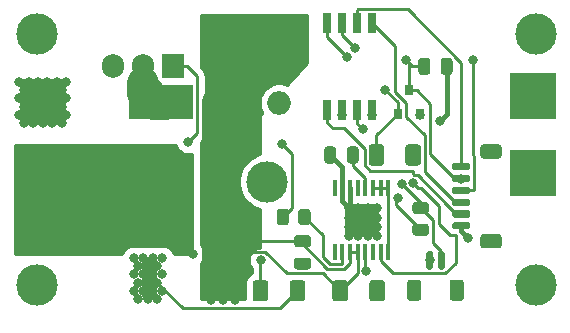
<source format=gbr>
%TF.GenerationSoftware,KiCad,Pcbnew,(5.1.9-0-10_14)*%
%TF.CreationDate,2021-03-07T11:09:53+08:00*%
%TF.ProjectId,xhp70-driver,78687037-302d-4647-9269-7665722e6b69,rev?*%
%TF.SameCoordinates,Original*%
%TF.FileFunction,Copper,L1,Top*%
%TF.FilePolarity,Positive*%
%FSLAX46Y46*%
G04 Gerber Fmt 4.6, Leading zero omitted, Abs format (unit mm)*
G04 Created by KiCad (PCBNEW (5.1.9-0-10_14)) date 2021-03-07 11:09:53*
%MOMM*%
%LPD*%
G01*
G04 APERTURE LIST*
%TA.AperFunction,ComponentPad*%
%ADD10C,3.500000*%
%TD*%
%TA.AperFunction,ComponentPad*%
%ADD11O,1.905000X2.000000*%
%TD*%
%TA.AperFunction,ComponentPad*%
%ADD12R,1.905000X2.000000*%
%TD*%
%TA.AperFunction,ComponentPad*%
%ADD13O,2.000000X2.000000*%
%TD*%
%TA.AperFunction,ComponentPad*%
%ADD14R,2.000000X2.000000*%
%TD*%
%TA.AperFunction,SMDPad,CuDef*%
%ADD15R,0.800000X0.900000*%
%TD*%
%TA.AperFunction,SMDPad,CuDef*%
%ADD16R,0.650000X1.700000*%
%TD*%
%TA.AperFunction,SMDPad,CuDef*%
%ADD17R,2.940000X2.720000*%
%TD*%
%TA.AperFunction,SMDPad,CuDef*%
%ADD18R,0.350000X1.400000*%
%TD*%
%TA.AperFunction,SMDPad,CuDef*%
%ADD19R,5.400000X2.900000*%
%TD*%
%TA.AperFunction,SMDPad,CuDef*%
%ADD20R,4.000000X4.000000*%
%TD*%
%TA.AperFunction,ViaPad*%
%ADD21C,0.800000*%
%TD*%
%TA.AperFunction,Conductor*%
%ADD22C,0.400000*%
%TD*%
%TA.AperFunction,Conductor*%
%ADD23C,0.250000*%
%TD*%
%TA.AperFunction,Conductor*%
%ADD24C,2.700000*%
%TD*%
%TA.AperFunction,Conductor*%
%ADD25C,3.000000*%
%TD*%
%TA.AperFunction,Conductor*%
%ADD26C,4.000000*%
%TD*%
%TA.AperFunction,Conductor*%
%ADD27C,0.500000*%
%TD*%
%TA.AperFunction,Conductor*%
%ADD28C,0.254000*%
%TD*%
%TA.AperFunction,Conductor*%
%ADD29C,0.100000*%
%TD*%
G04 APERTURE END LIST*
%TO.P,C8,2*%
%TO.N,GND*%
%TA.AperFunction,SMDPad,CuDef*%
G36*
G01*
X148700000Y-56475000D02*
X148700000Y-55525000D01*
G75*
G02*
X148950000Y-55275000I250000J0D01*
G01*
X149450000Y-55275000D01*
G75*
G02*
X149700000Y-55525000I0J-250000D01*
G01*
X149700000Y-56475000D01*
G75*
G02*
X149450000Y-56725000I-250000J0D01*
G01*
X148950000Y-56725000D01*
G75*
G02*
X148700000Y-56475000I0J250000D01*
G01*
G37*
%TD.AperFunction*%
%TO.P,C8,1*%
%TO.N,+5V*%
%TA.AperFunction,SMDPad,CuDef*%
G36*
G01*
X146800000Y-56475000D02*
X146800000Y-55525000D01*
G75*
G02*
X147050000Y-55275000I250000J0D01*
G01*
X147550000Y-55275000D01*
G75*
G02*
X147800000Y-55525000I0J-250000D01*
G01*
X147800000Y-56475000D01*
G75*
G02*
X147550000Y-56725000I-250000J0D01*
G01*
X147050000Y-56725000D01*
G75*
G02*
X146800000Y-56475000I0J250000D01*
G01*
G37*
%TD.AperFunction*%
%TD*%
D10*
%TO.P,H3,1*%
%TO.N,N/C*%
X156750000Y-74500000D03*
%TD*%
%TO.P,J2,MP*%
%TO.N,N/C*%
%TA.AperFunction,SMDPad,CuDef*%
G36*
G01*
X152299999Y-70200000D02*
X153600001Y-70200000D01*
G75*
G02*
X153850000Y-70449999I0J-249999D01*
G01*
X153850000Y-71150001D01*
G75*
G02*
X153600001Y-71400000I-249999J0D01*
G01*
X152299999Y-71400000D01*
G75*
G02*
X152050000Y-71150001I0J249999D01*
G01*
X152050000Y-70449999D01*
G75*
G02*
X152299999Y-70200000I249999J0D01*
G01*
G37*
%TD.AperFunction*%
%TA.AperFunction,SMDPad,CuDef*%
G36*
G01*
X152299999Y-62600000D02*
X153600001Y-62600000D01*
G75*
G02*
X153850000Y-62849999I0J-249999D01*
G01*
X153850000Y-63550001D01*
G75*
G02*
X153600001Y-63800000I-249999J0D01*
G01*
X152299999Y-63800000D01*
G75*
G02*
X152050000Y-63550001I0J249999D01*
G01*
X152050000Y-62849999D01*
G75*
G02*
X152299999Y-62600000I249999J0D01*
G01*
G37*
%TD.AperFunction*%
%TO.P,J2,6*%
%TO.N,GND*%
%TA.AperFunction,SMDPad,CuDef*%
G36*
G01*
X149800000Y-69200000D02*
X151050000Y-69200000D01*
G75*
G02*
X151200000Y-69350000I0J-150000D01*
G01*
X151200000Y-69650000D01*
G75*
G02*
X151050000Y-69800000I-150000J0D01*
G01*
X149800000Y-69800000D01*
G75*
G02*
X149650000Y-69650000I0J150000D01*
G01*
X149650000Y-69350000D01*
G75*
G02*
X149800000Y-69200000I150000J0D01*
G01*
G37*
%TD.AperFunction*%
%TO.P,J2,5*%
%TO.N,Net-(J2-Pad5)*%
%TA.AperFunction,SMDPad,CuDef*%
G36*
G01*
X149800000Y-68200000D02*
X151050000Y-68200000D01*
G75*
G02*
X151200000Y-68350000I0J-150000D01*
G01*
X151200000Y-68650000D01*
G75*
G02*
X151050000Y-68800000I-150000J0D01*
G01*
X149800000Y-68800000D01*
G75*
G02*
X149650000Y-68650000I0J150000D01*
G01*
X149650000Y-68350000D01*
G75*
G02*
X149800000Y-68200000I150000J0D01*
G01*
G37*
%TD.AperFunction*%
%TO.P,J2,4*%
%TO.N,Net-(J2-Pad4)*%
%TA.AperFunction,SMDPad,CuDef*%
G36*
G01*
X149800000Y-67200000D02*
X151050000Y-67200000D01*
G75*
G02*
X151200000Y-67350000I0J-150000D01*
G01*
X151200000Y-67650000D01*
G75*
G02*
X151050000Y-67800000I-150000J0D01*
G01*
X149800000Y-67800000D01*
G75*
G02*
X149650000Y-67650000I0J150000D01*
G01*
X149650000Y-67350000D01*
G75*
G02*
X149800000Y-67200000I150000J0D01*
G01*
G37*
%TD.AperFunction*%
%TO.P,J2,3*%
%TO.N,Net-(J2-Pad3)*%
%TA.AperFunction,SMDPad,CuDef*%
G36*
G01*
X149800000Y-66200000D02*
X151050000Y-66200000D01*
G75*
G02*
X151200000Y-66350000I0J-150000D01*
G01*
X151200000Y-66650000D01*
G75*
G02*
X151050000Y-66800000I-150000J0D01*
G01*
X149800000Y-66800000D01*
G75*
G02*
X149650000Y-66650000I0J150000D01*
G01*
X149650000Y-66350000D01*
G75*
G02*
X149800000Y-66200000I150000J0D01*
G01*
G37*
%TD.AperFunction*%
%TO.P,J2,2*%
%TO.N,+5V*%
%TA.AperFunction,SMDPad,CuDef*%
G36*
G01*
X149800000Y-65200000D02*
X151050000Y-65200000D01*
G75*
G02*
X151200000Y-65350000I0J-150000D01*
G01*
X151200000Y-65650000D01*
G75*
G02*
X151050000Y-65800000I-150000J0D01*
G01*
X149800000Y-65800000D01*
G75*
G02*
X149650000Y-65650000I0J150000D01*
G01*
X149650000Y-65350000D01*
G75*
G02*
X149800000Y-65200000I150000J0D01*
G01*
G37*
%TD.AperFunction*%
%TO.P,J2,1*%
%TO.N,Net-(J2-Pad1)*%
%TA.AperFunction,SMDPad,CuDef*%
G36*
G01*
X149800000Y-64200000D02*
X151050000Y-64200000D01*
G75*
G02*
X151200000Y-64350000I0J-150000D01*
G01*
X151200000Y-64650000D01*
G75*
G02*
X151050000Y-64800000I-150000J0D01*
G01*
X149800000Y-64800000D01*
G75*
G02*
X149650000Y-64650000I0J150000D01*
G01*
X149650000Y-64350000D01*
G75*
G02*
X149800000Y-64200000I150000J0D01*
G01*
G37*
%TD.AperFunction*%
%TD*%
D11*
%TO.P,Q1,3*%
%TO.N,GND*%
X120920000Y-56000000D03*
%TO.P,Q1,2*%
%TO.N,Net-(D1-Pad2)*%
X123460000Y-56000000D03*
D12*
%TO.P,Q1,1*%
%TO.N,Net-(Q1-Pad1)*%
X126000000Y-56000000D03*
%TD*%
D13*
%TO.P,D1,2*%
%TO.N,Net-(D1-Pad2)*%
X135000000Y-59080000D03*
D14*
%TO.P,D1,1*%
%TO.N,Batt+*%
X135000000Y-54000000D03*
%TD*%
D15*
%TO.P,U3,3*%
%TO.N,+5V*%
X146000000Y-58000000D03*
%TO.P,U3,2*%
%TO.N,GND*%
X146950000Y-60000000D03*
%TO.P,U3,1*%
%TO.N,Batt+*%
X145050000Y-60000000D03*
%TD*%
D16*
%TO.P,U2,8*%
%TO.N,+5V*%
X139095000Y-52350000D03*
%TO.P,U2,7*%
%TO.N,Net-(J2-Pad3)*%
X140365000Y-52350000D03*
%TO.P,U2,6*%
%TO.N,Net-(J2-Pad1)*%
X141635000Y-52350000D03*
%TO.P,U2,5*%
%TO.N,Net-(J2-Pad4)*%
X142905000Y-52350000D03*
%TO.P,U2,4*%
%TO.N,GND*%
X142905000Y-59650000D03*
%TO.P,U2,3*%
%TO.N,PWM*%
X141635000Y-59650000D03*
%TO.P,U2,2*%
%TO.N,NTC*%
X140365000Y-59650000D03*
%TO.P,U2,1*%
%TO.N,Net-(J2-Pad5)*%
X139095000Y-59650000D03*
%TD*%
D17*
%TO.P,U1,17*%
%TO.N,GND*%
X142000000Y-69000000D03*
D18*
%TO.P,U1,8*%
%TO.N,Net-(U1-Pad8)*%
X139725000Y-66300000D03*
%TO.P,U1,9*%
%TO.N,Net-(U1-Pad9)*%
X139725000Y-71700000D03*
%TO.P,U1,7*%
%TO.N,GND*%
X140375000Y-66300000D03*
%TO.P,U1,10*%
%TO.N,Net-(R3-Pad2)*%
X140375000Y-71700000D03*
%TO.P,U1,6*%
%TO.N,GND*%
X141025000Y-66300000D03*
%TO.P,U1,11*%
%TO.N,Batt+*%
X141025000Y-71700000D03*
%TO.P,U1,5*%
%TO.N,Net-(U1-Pad5)*%
X141675000Y-66300000D03*
%TO.P,U1,12*%
%TO.N,Batt+*%
X141675000Y-71700000D03*
%TO.P,U1,4*%
%TO.N,Net-(C6-Pad1)*%
X142325000Y-66300000D03*
%TO.P,U1,13*%
%TO.N,Net-(C3-Pad2)*%
X142325000Y-71700000D03*
%TO.P,U1,3*%
%TO.N,Net-(U1-Pad1)*%
X142975000Y-66300000D03*
%TO.P,U1,14*%
%TO.N,Net-(U1-Pad14)*%
X142975000Y-71700000D03*
%TO.P,U1,2*%
%TO.N,Net-(U1-Pad1)*%
X143625000Y-66300000D03*
%TO.P,U1,15*%
%TO.N,PWM*%
X143625000Y-71700000D03*
%TO.P,U1,1*%
%TO.N,Net-(U1-Pad1)*%
X144275000Y-66300000D03*
%TO.P,U1,16*%
X144275000Y-71700000D03*
%TD*%
%TO.P,R5,MP*%
%TO.N,N/C*%
%TA.AperFunction,SMDPad,CuDef*%
G36*
G01*
X147050000Y-74299999D02*
X147050000Y-75600001D01*
G75*
G02*
X146800001Y-75850000I-249999J0D01*
G01*
X146099999Y-75850000D01*
G75*
G02*
X145850000Y-75600001I0J249999D01*
G01*
X145850000Y-74299999D01*
G75*
G02*
X146099999Y-74050000I249999J0D01*
G01*
X146800001Y-74050000D01*
G75*
G02*
X147050000Y-74299999I0J-249999D01*
G01*
G37*
%TD.AperFunction*%
%TA.AperFunction,SMDPad,CuDef*%
G36*
G01*
X150650000Y-74299999D02*
X150650000Y-75600001D01*
G75*
G02*
X150400001Y-75850000I-249999J0D01*
G01*
X149699999Y-75850000D01*
G75*
G02*
X149450000Y-75600001I0J249999D01*
G01*
X149450000Y-74299999D01*
G75*
G02*
X149699999Y-74050000I249999J0D01*
G01*
X150400001Y-74050000D01*
G75*
G02*
X150650000Y-74299999I0J-249999D01*
G01*
G37*
%TD.AperFunction*%
%TO.P,R5,2*%
%TO.N,GND*%
%TA.AperFunction,SMDPad,CuDef*%
G36*
G01*
X148050000Y-71800000D02*
X148050000Y-73050000D01*
G75*
G02*
X147900000Y-73200000I-150000J0D01*
G01*
X147600000Y-73200000D01*
G75*
G02*
X147450000Y-73050000I0J150000D01*
G01*
X147450000Y-71800000D01*
G75*
G02*
X147600000Y-71650000I150000J0D01*
G01*
X147900000Y-71650000D01*
G75*
G02*
X148050000Y-71800000I0J-150000D01*
G01*
G37*
%TD.AperFunction*%
%TO.P,R5,1*%
%TO.N,NTC*%
%TA.AperFunction,SMDPad,CuDef*%
G36*
G01*
X149050000Y-71800000D02*
X149050000Y-73050000D01*
G75*
G02*
X148900000Y-73200000I-150000J0D01*
G01*
X148600000Y-73200000D01*
G75*
G02*
X148450000Y-73050000I0J150000D01*
G01*
X148450000Y-71800000D01*
G75*
G02*
X148600000Y-71650000I150000J0D01*
G01*
X148900000Y-71650000D01*
G75*
G02*
X149050000Y-71800000I0J-150000D01*
G01*
G37*
%TD.AperFunction*%
%TD*%
%TO.P,R4,2*%
%TO.N,NTC*%
%TA.AperFunction,SMDPad,CuDef*%
G36*
G01*
X147450002Y-68512500D02*
X146549998Y-68512500D01*
G75*
G02*
X146300000Y-68262502I0J249998D01*
G01*
X146300000Y-67737498D01*
G75*
G02*
X146549998Y-67487500I249998J0D01*
G01*
X147450002Y-67487500D01*
G75*
G02*
X147700000Y-67737498I0J-249998D01*
G01*
X147700000Y-68262502D01*
G75*
G02*
X147450002Y-68512500I-249998J0D01*
G01*
G37*
%TD.AperFunction*%
%TO.P,R4,1*%
%TO.N,+5V*%
%TA.AperFunction,SMDPad,CuDef*%
G36*
G01*
X147450002Y-70337500D02*
X146549998Y-70337500D01*
G75*
G02*
X146300000Y-70087502I0J249998D01*
G01*
X146300000Y-69562498D01*
G75*
G02*
X146549998Y-69312500I249998J0D01*
G01*
X147450002Y-69312500D01*
G75*
G02*
X147700000Y-69562498I0J-249998D01*
G01*
X147700000Y-70087502D01*
G75*
G02*
X147450002Y-70337500I-249998J0D01*
G01*
G37*
%TD.AperFunction*%
%TD*%
%TO.P,R3,2*%
%TO.N,Net-(R3-Pad2)*%
%TA.AperFunction,SMDPad,CuDef*%
G36*
G01*
X136650000Y-69200002D02*
X136650000Y-68299998D01*
G75*
G02*
X136899998Y-68050000I249998J0D01*
G01*
X137425002Y-68050000D01*
G75*
G02*
X137675000Y-68299998I0J-249998D01*
G01*
X137675000Y-69200002D01*
G75*
G02*
X137425002Y-69450000I-249998J0D01*
G01*
X136899998Y-69450000D01*
G75*
G02*
X136650000Y-69200002I0J249998D01*
G01*
G37*
%TD.AperFunction*%
%TO.P,R3,1*%
%TO.N,Net-(Q1-Pad1)*%
%TA.AperFunction,SMDPad,CuDef*%
G36*
G01*
X134825000Y-69200002D02*
X134825000Y-68299998D01*
G75*
G02*
X135074998Y-68050000I249998J0D01*
G01*
X135600002Y-68050000D01*
G75*
G02*
X135850000Y-68299998I0J-249998D01*
G01*
X135850000Y-69200002D01*
G75*
G02*
X135600002Y-69450000I-249998J0D01*
G01*
X135074998Y-69450000D01*
G75*
G02*
X134825000Y-69200002I0J249998D01*
G01*
G37*
%TD.AperFunction*%
%TD*%
%TO.P,R1,2*%
%TO.N,Net-(C3-Pad2)*%
%TA.AperFunction,SMDPad,CuDef*%
G36*
G01*
X124650000Y-72574999D02*
X124650000Y-75425001D01*
G75*
G02*
X124400001Y-75675000I-249999J0D01*
G01*
X123674999Y-75675000D01*
G75*
G02*
X123425000Y-75425001I0J249999D01*
G01*
X123425000Y-72574999D01*
G75*
G02*
X123674999Y-72325000I249999J0D01*
G01*
X124400001Y-72325000D01*
G75*
G02*
X124650000Y-72574999I0J-249999D01*
G01*
G37*
%TD.AperFunction*%
%TO.P,R1,1*%
%TO.N,Batt+*%
%TA.AperFunction,SMDPad,CuDef*%
G36*
G01*
X130575000Y-72574999D02*
X130575000Y-75425001D01*
G75*
G02*
X130325001Y-75675000I-249999J0D01*
G01*
X129599999Y-75675000D01*
G75*
G02*
X129350000Y-75425001I0J249999D01*
G01*
X129350000Y-72574999D01*
G75*
G02*
X129599999Y-72325000I249999J0D01*
G01*
X130325001Y-72325000D01*
G75*
G02*
X130575000Y-72574999I0J-249999D01*
G01*
G37*
%TD.AperFunction*%
%TD*%
D19*
%TO.P,L1,2*%
%TO.N,Net-(D1-Pad2)*%
X125000000Y-59050000D03*
%TO.P,L1,1*%
%TO.N,Net-(C3-Pad1)*%
X125000000Y-68950000D03*
%TD*%
D20*
%TO.P,J1,2*%
%TO.N,GND*%
X156500000Y-65000000D03*
%TO.P,J1,1*%
%TO.N,Batt+*%
X156500000Y-58500000D03*
%TD*%
%TO.P,D2,2*%
%TO.N,Net-(C3-Pad2)*%
X115000000Y-59000000D03*
%TO.P,D2,1*%
%TO.N,Net-(C3-Pad1)*%
X115000000Y-65500000D03*
%TD*%
%TO.P,C6,2*%
%TO.N,GND*%
%TA.AperFunction,SMDPad,CuDef*%
G36*
G01*
X139850000Y-63025000D02*
X139850000Y-63975000D01*
G75*
G02*
X139600000Y-64225000I-250000J0D01*
G01*
X139100000Y-64225000D01*
G75*
G02*
X138850000Y-63975000I0J250000D01*
G01*
X138850000Y-63025000D01*
G75*
G02*
X139100000Y-62775000I250000J0D01*
G01*
X139600000Y-62775000D01*
G75*
G02*
X139850000Y-63025000I0J-250000D01*
G01*
G37*
%TD.AperFunction*%
%TO.P,C6,1*%
%TO.N,Net-(C6-Pad1)*%
%TA.AperFunction,SMDPad,CuDef*%
G36*
G01*
X141750000Y-63025000D02*
X141750000Y-63975000D01*
G75*
G02*
X141500000Y-64225000I-250000J0D01*
G01*
X141000000Y-64225000D01*
G75*
G02*
X140750000Y-63975000I0J250000D01*
G01*
X140750000Y-63025000D01*
G75*
G02*
X141000000Y-62775000I250000J0D01*
G01*
X141500000Y-62775000D01*
G75*
G02*
X141750000Y-63025000I0J-250000D01*
G01*
G37*
%TD.AperFunction*%
%TD*%
%TO.P,C5,2*%
%TO.N,GND*%
%TA.AperFunction,SMDPad,CuDef*%
G36*
G01*
X136525000Y-72200000D02*
X137475000Y-72200000D01*
G75*
G02*
X137725000Y-72450000I0J-250000D01*
G01*
X137725000Y-72950000D01*
G75*
G02*
X137475000Y-73200000I-250000J0D01*
G01*
X136525000Y-73200000D01*
G75*
G02*
X136275000Y-72950000I0J250000D01*
G01*
X136275000Y-72450000D01*
G75*
G02*
X136525000Y-72200000I250000J0D01*
G01*
G37*
%TD.AperFunction*%
%TO.P,C5,1*%
%TO.N,Batt+*%
%TA.AperFunction,SMDPad,CuDef*%
G36*
G01*
X136525000Y-70300000D02*
X137475000Y-70300000D01*
G75*
G02*
X137725000Y-70550000I0J-250000D01*
G01*
X137725000Y-71050000D01*
G75*
G02*
X137475000Y-71300000I-250000J0D01*
G01*
X136525000Y-71300000D01*
G75*
G02*
X136275000Y-71050000I0J250000D01*
G01*
X136275000Y-70550000D01*
G75*
G02*
X136525000Y-70300000I250000J0D01*
G01*
G37*
%TD.AperFunction*%
%TD*%
%TO.P,C4,2*%
%TO.N,GND*%
%TA.AperFunction,SMDPad,CuDef*%
G36*
G01*
X145712500Y-64150003D02*
X145712500Y-62849997D01*
G75*
G02*
X145962497Y-62600000I249997J0D01*
G01*
X146787503Y-62600000D01*
G75*
G02*
X147037500Y-62849997I0J-249997D01*
G01*
X147037500Y-64150003D01*
G75*
G02*
X146787503Y-64400000I-249997J0D01*
G01*
X145962497Y-64400000D01*
G75*
G02*
X145712500Y-64150003I0J249997D01*
G01*
G37*
%TD.AperFunction*%
%TO.P,C4,1*%
%TO.N,Batt+*%
%TA.AperFunction,SMDPad,CuDef*%
G36*
G01*
X142587500Y-64150003D02*
X142587500Y-62849997D01*
G75*
G02*
X142837497Y-62600000I249997J0D01*
G01*
X143662503Y-62600000D01*
G75*
G02*
X143912500Y-62849997I0J-249997D01*
G01*
X143912500Y-64150003D01*
G75*
G02*
X143662503Y-64400000I-249997J0D01*
G01*
X142837497Y-64400000D01*
G75*
G02*
X142587500Y-64150003I0J249997D01*
G01*
G37*
%TD.AperFunction*%
%TD*%
%TO.P,C3,2*%
%TO.N,Net-(C3-Pad2)*%
%TA.AperFunction,SMDPad,CuDef*%
G36*
G01*
X135900000Y-75650003D02*
X135900000Y-74349997D01*
G75*
G02*
X136149997Y-74100000I249997J0D01*
G01*
X136975003Y-74100000D01*
G75*
G02*
X137225000Y-74349997I0J-249997D01*
G01*
X137225000Y-75650003D01*
G75*
G02*
X136975003Y-75900000I-249997J0D01*
G01*
X136149997Y-75900000D01*
G75*
G02*
X135900000Y-75650003I0J249997D01*
G01*
G37*
%TD.AperFunction*%
%TO.P,C3,1*%
%TO.N,Net-(C3-Pad1)*%
%TA.AperFunction,SMDPad,CuDef*%
G36*
G01*
X132775000Y-75650003D02*
X132775000Y-74349997D01*
G75*
G02*
X133024997Y-74100000I249997J0D01*
G01*
X133850003Y-74100000D01*
G75*
G02*
X134100000Y-74349997I0J-249997D01*
G01*
X134100000Y-75650003D01*
G75*
G02*
X133850003Y-75900000I-249997J0D01*
G01*
X133024997Y-75900000D01*
G75*
G02*
X132775000Y-75650003I0J249997D01*
G01*
G37*
%TD.AperFunction*%
%TD*%
%TO.P,C2,2*%
%TO.N,GND*%
%TA.AperFunction,SMDPad,CuDef*%
G36*
G01*
X142650000Y-75650003D02*
X142650000Y-74349997D01*
G75*
G02*
X142899997Y-74100000I249997J0D01*
G01*
X143725003Y-74100000D01*
G75*
G02*
X143975000Y-74349997I0J-249997D01*
G01*
X143975000Y-75650003D01*
G75*
G02*
X143725003Y-75900000I-249997J0D01*
G01*
X142899997Y-75900000D01*
G75*
G02*
X142650000Y-75650003I0J249997D01*
G01*
G37*
%TD.AperFunction*%
%TO.P,C2,1*%
%TO.N,Batt+*%
%TA.AperFunction,SMDPad,CuDef*%
G36*
G01*
X139525000Y-75650003D02*
X139525000Y-74349997D01*
G75*
G02*
X139774997Y-74100000I249997J0D01*
G01*
X140600003Y-74100000D01*
G75*
G02*
X140850000Y-74349997I0J-249997D01*
G01*
X140850000Y-75650003D01*
G75*
G02*
X140600003Y-75900000I-249997J0D01*
G01*
X139774997Y-75900000D01*
G75*
G02*
X139525000Y-75650003I0J249997D01*
G01*
G37*
%TD.AperFunction*%
%TD*%
D10*
%TO.P,H1,1*%
%TO.N,N/C*%
X114500000Y-53250000D03*
%TD*%
%TO.P,H5,1*%
%TO.N,N/C*%
X134000000Y-65750000D03*
%TD*%
%TO.P,H4,1*%
%TO.N,N/C*%
X156750000Y-53250000D03*
%TD*%
%TO.P,H2,1*%
%TO.N,N/C*%
X114500000Y-74500000D03*
%TD*%
D21*
%TO.N,GND*%
X137000000Y-72700000D03*
X158000000Y-63500000D03*
X157000000Y-63500000D03*
X156000000Y-63500000D03*
X155000000Y-63500000D03*
X155000000Y-64500000D03*
X156000000Y-64500000D03*
X157000000Y-64500000D03*
X158000000Y-64500000D03*
X156000000Y-66500000D03*
X157000000Y-66500000D03*
X158000000Y-66500000D03*
X155000000Y-66500000D03*
X155000000Y-65500000D03*
X156000000Y-65500000D03*
X158000000Y-65500000D03*
X157000000Y-65500000D03*
X147750000Y-72425000D03*
X140900000Y-68000000D03*
X141700000Y-68000000D03*
X142500000Y-68000000D03*
X143300000Y-68000000D03*
X140900000Y-68800000D03*
X141700000Y-68800000D03*
X142500000Y-68800000D03*
X143300000Y-68800000D03*
X143300000Y-69600000D03*
X142500000Y-69600000D03*
X141700000Y-69600000D03*
X140900000Y-69600000D03*
X140900000Y-70400000D03*
X141700000Y-70400000D03*
X142500000Y-70400000D03*
X143300000Y-70400000D03*
X139350000Y-63500000D03*
X142838803Y-60100000D03*
X146950000Y-60100000D03*
X146375000Y-63500000D03*
X151000000Y-70500000D03*
X143312500Y-75000000D03*
X148650000Y-60600000D03*
%TO.N,Net-(C3-Pad2)*%
X122700000Y-72200000D03*
X123500000Y-72200000D03*
X124300000Y-72200000D03*
X125100000Y-72200000D03*
X124700000Y-72900000D03*
X123900000Y-72900000D03*
X123100000Y-72900000D03*
X125100000Y-73600000D03*
X122700000Y-73600000D03*
X124300000Y-73600000D03*
X123500000Y-73600000D03*
X123900000Y-74300000D03*
X123100000Y-74300000D03*
X124700000Y-74300000D03*
X125100000Y-75000000D03*
X123900000Y-75700000D03*
X123100000Y-75700000D03*
X124700000Y-75700000D03*
X123500000Y-75000000D03*
X124300000Y-75000000D03*
X122700000Y-75000000D03*
X113000000Y-57300000D03*
X142400000Y-73300000D03*
X136562500Y-75000000D03*
X136562500Y-75000000D03*
X113800000Y-57300000D03*
X114600000Y-57300000D03*
X115400000Y-57300000D03*
X116200000Y-57300000D03*
X116600000Y-58000000D03*
X115000000Y-58000000D03*
X114200000Y-58000000D03*
X115800000Y-58000000D03*
X113400000Y-58000000D03*
X117000000Y-57300000D03*
X116200000Y-58700000D03*
X116600000Y-59400000D03*
X114200000Y-59400000D03*
X114600000Y-58700000D03*
X115000000Y-59400000D03*
X113400000Y-59400000D03*
X115800000Y-59400000D03*
X117000000Y-58700000D03*
X113800000Y-58700000D03*
X115400000Y-58700000D03*
X113000000Y-58700000D03*
X115800000Y-60800000D03*
X113000000Y-60100000D03*
X115400000Y-60100000D03*
X114200000Y-60800000D03*
X116600000Y-60800000D03*
X115000000Y-60800000D03*
X113800000Y-60100000D03*
X117000000Y-60100000D03*
X116200000Y-60100000D03*
X114600000Y-60100000D03*
X113400000Y-60800000D03*
%TO.N,Net-(Q1-Pad1)*%
X127300000Y-62400000D03*
X135300000Y-62600000D03*
%TO.N,Batt+*%
X158000000Y-59000000D03*
X158000000Y-60000000D03*
X157000000Y-60000000D03*
X157000000Y-59000000D03*
X156000000Y-59000000D03*
X156000000Y-60000000D03*
X155000000Y-60000000D03*
X155000000Y-59000000D03*
X155000000Y-58000000D03*
X156000000Y-58000000D03*
X157000000Y-58000000D03*
X158000000Y-58000000D03*
X158000000Y-57000000D03*
X157000000Y-57000000D03*
X156000000Y-57000000D03*
X155000000Y-57000000D03*
X129250000Y-72750000D03*
X130250000Y-72750000D03*
X131250000Y-72750000D03*
X130750000Y-73500000D03*
X129750000Y-73500000D03*
X128750000Y-73500000D03*
X131250000Y-74250000D03*
X129250000Y-74250000D03*
X130250000Y-74250000D03*
X129250000Y-75750000D03*
X130250000Y-75750000D03*
X131250000Y-75750000D03*
X130750000Y-75000000D03*
X128750000Y-75000000D03*
X129750000Y-75000000D03*
X144000000Y-58000000D03*
X140193750Y-74993750D03*
%TO.N,Net-(J2-Pad3)*%
X141440186Y-54431777D03*
X151400000Y-55500000D03*
%TO.N,PWM*%
X142100000Y-61300000D03*
X146387347Y-65912653D03*
%TO.N,Net-(C3-Pad1)*%
X133500000Y-72400000D03*
X127700000Y-71900000D03*
%TO.N,+5V*%
X145800000Y-55500000D03*
X140800000Y-55200000D03*
X145068094Y-67100001D03*
X150425000Y-65500000D03*
%TO.N,NTC*%
X145388060Y-65950451D03*
X140365000Y-60100000D03*
%TD*%
D22*
%TO.N,GND*%
X141025000Y-68025000D02*
X141150000Y-68150000D01*
X141025000Y-66300000D02*
X141025000Y-68025000D01*
X140375000Y-67375000D02*
X142000000Y-69000000D01*
X140375000Y-66300000D02*
X140375000Y-67375000D01*
X140375000Y-64525000D02*
X139350000Y-63500000D01*
X140375000Y-66300000D02*
X140375000Y-64525000D01*
X141150000Y-68150000D02*
X142000000Y-69000000D01*
X150425000Y-69925000D02*
X151000000Y-70500000D01*
X150425000Y-69500000D02*
X150425000Y-69925000D01*
X149200000Y-60050000D02*
X148650000Y-60600000D01*
X149200000Y-56000000D02*
X149200000Y-60050000D01*
D23*
%TO.N,Net-(C3-Pad2)*%
X142325000Y-73225000D02*
X142400000Y-73300000D01*
X142325000Y-71700000D02*
X142325000Y-73225000D01*
X135087499Y-76475001D02*
X136562500Y-75000000D01*
X126875001Y-76475001D02*
X135087499Y-76475001D01*
X124700000Y-74300000D02*
X126875001Y-76475001D01*
D24*
%TO.N,Net-(D1-Pad2)*%
X124389999Y-59050000D02*
X123700000Y-58360001D01*
X123450000Y-58360001D02*
X123450000Y-57371216D01*
D25*
X125312502Y-59050000D02*
X124350000Y-59050000D01*
D23*
X125000000Y-57540000D02*
X123460000Y-56000000D01*
X125000000Y-59050000D02*
X125000000Y-57540000D01*
%TO.N,Net-(Q1-Pad1)*%
X128025001Y-61674999D02*
X127300000Y-62400000D01*
X128025001Y-56822501D02*
X128025001Y-61674999D01*
X127202500Y-56000000D02*
X128025001Y-56822501D01*
X126000000Y-56000000D02*
X127202500Y-56000000D01*
X136075001Y-68012499D02*
X135337500Y-68750000D01*
X136075001Y-63375001D02*
X136075001Y-68012499D01*
X135300000Y-62600000D02*
X136075001Y-63375001D01*
%TO.N,Net-(R3-Pad2)*%
X137162500Y-68750000D02*
X138700000Y-70287500D01*
X140375000Y-72650000D02*
X140375000Y-71700000D01*
X139289999Y-72725001D02*
X140299999Y-72725001D01*
X140299999Y-72725001D02*
X140375000Y-72650000D01*
X138700000Y-72135002D02*
X139289999Y-72725001D01*
X138700000Y-70287500D02*
X138700000Y-72135002D01*
D25*
%TO.N,Batt+*%
X129962500Y-59037500D02*
X129962500Y-73787500D01*
X135000000Y-54000000D02*
X129962500Y-59037500D01*
X129962500Y-73787500D02*
X129962500Y-74000000D01*
D23*
X137000000Y-71071412D02*
X137000000Y-70800000D01*
X139103598Y-73175010D02*
X137000000Y-71071412D01*
X140499989Y-73175011D02*
X139103598Y-73175010D01*
X141025000Y-72650000D02*
X140499989Y-73175011D01*
X141025000Y-71700000D02*
X141025000Y-72650000D01*
X133200000Y-70800000D02*
X131250000Y-72750000D01*
X137000000Y-70800000D02*
X133200000Y-70800000D01*
X130250000Y-75500000D02*
X130750000Y-75000000D01*
X130250000Y-75750000D02*
X130250000Y-75500000D01*
X129250000Y-75500000D02*
X128750000Y-75000000D01*
X129250000Y-75750000D02*
X129250000Y-75500000D01*
X131250000Y-75500000D02*
X130750000Y-75000000D01*
X131250000Y-75750000D02*
X131250000Y-75500000D01*
X145050000Y-59050000D02*
X144000000Y-58000000D01*
X145050000Y-60000000D02*
X145050000Y-59050000D01*
X143250000Y-61800000D02*
X145050000Y-60000000D01*
X143250000Y-63500000D02*
X143250000Y-61800000D01*
X141025000Y-71700000D02*
X141675000Y-71700000D01*
X141675000Y-73512500D02*
X141675000Y-71700000D01*
X140187500Y-75000000D02*
X140193750Y-74993750D01*
X132325001Y-71674999D02*
X131250000Y-72750000D01*
X133848001Y-71674999D02*
X132325001Y-71674999D01*
X135698012Y-73525010D02*
X133848001Y-71674999D01*
X138712510Y-73525010D02*
X135698012Y-73525010D01*
X140187500Y-75000000D02*
X138712510Y-73525010D01*
X140193750Y-74993750D02*
X141675000Y-73512500D01*
%TO.N,Net-(J2-Pad5)*%
X142699299Y-64824989D02*
X146324989Y-64824989D01*
X150000000Y-68500000D02*
X150675000Y-68500000D01*
X142262490Y-62974300D02*
X142262490Y-64388180D01*
X140483190Y-61195000D02*
X142262490Y-62974300D01*
X139540000Y-61195000D02*
X140483190Y-61195000D01*
X142262490Y-64388180D02*
X142699299Y-64824989D01*
X139095000Y-60750000D02*
X139540000Y-61195000D01*
X139095000Y-59650000D02*
X139095000Y-60750000D01*
X149978232Y-68500000D02*
X150425000Y-68500000D01*
X149324990Y-67846758D02*
X149978232Y-68500000D01*
X146735348Y-65187652D02*
X149324990Y-67777294D01*
X146437652Y-65187652D02*
X146735348Y-65187652D01*
X149324990Y-67777294D02*
X149324990Y-67846758D01*
X146324989Y-65074989D02*
X146437652Y-65187652D01*
X146324989Y-64824989D02*
X146324989Y-65074989D01*
%TO.N,Net-(J2-Pad4)*%
X144800000Y-54245000D02*
X142905000Y-52350000D01*
X145775001Y-59138591D02*
X144800000Y-58163590D01*
X145775001Y-60260003D02*
X145775001Y-59138591D01*
X147362510Y-61847512D02*
X145775001Y-60260003D01*
X147362510Y-64962510D02*
X147362510Y-61847512D01*
X144800000Y-58163590D02*
X144800000Y-54245000D01*
X149900000Y-67500000D02*
X147362510Y-64962510D01*
X150675000Y-67500000D02*
X149900000Y-67500000D01*
%TO.N,Net-(J2-Pad3)*%
X140365000Y-53356591D02*
X141440186Y-54431777D01*
X140365000Y-52350000D02*
X140365000Y-53356591D01*
X150425000Y-66500000D02*
X151200000Y-66500000D01*
X151500000Y-66500000D02*
X150425000Y-66500000D01*
X151525010Y-66474990D02*
X151500000Y-66500000D01*
X151525010Y-63588200D02*
X151525010Y-66474990D01*
X151400000Y-63463190D02*
X151525010Y-63588200D01*
X151400000Y-55500000D02*
X151400000Y-63463190D01*
%TO.N,PWM*%
X141635000Y-60835000D02*
X142100000Y-61300000D01*
X141635000Y-59650000D02*
X141635000Y-60835000D01*
X146787346Y-66312652D02*
X147012652Y-66312652D01*
X146387347Y-65912653D02*
X146787346Y-66312652D01*
X148515297Y-67815297D02*
X148515297Y-69309317D01*
X148515297Y-69309317D02*
X149505980Y-70300000D01*
X147012652Y-66312652D02*
X148515297Y-67815297D01*
X149505980Y-70300000D02*
X150000000Y-70300000D01*
X143625000Y-72510002D02*
X143625000Y-71700000D01*
X144640008Y-73525010D02*
X143625000Y-72510002D01*
X149096758Y-73525010D02*
X144640008Y-73525010D01*
X150000000Y-72621768D02*
X149096758Y-73525010D01*
X150000000Y-70300000D02*
X150000000Y-72621768D01*
%TO.N,Net-(J2-Pad1)*%
X150425000Y-55686810D02*
X150425000Y-64500000D01*
X145913189Y-51174999D02*
X150425000Y-55686810D01*
X141635000Y-51250000D02*
X141710001Y-51174999D01*
X141710001Y-51174999D02*
X145913189Y-51174999D01*
X141635000Y-52350000D02*
X141635000Y-51250000D01*
D26*
%TO.N,Net-(C3-Pad1)*%
X118450000Y-68950000D02*
X115000000Y-65500000D01*
X125000000Y-68950000D02*
X118450000Y-68950000D01*
D23*
X133437500Y-72462500D02*
X133500000Y-72400000D01*
X133437500Y-75000000D02*
X133437500Y-72462500D01*
X125000000Y-69200000D02*
X125000000Y-68950000D01*
D27*
X127700000Y-71900000D02*
X125000000Y-69200000D01*
D23*
%TO.N,Net-(C6-Pad1)*%
X141250000Y-64414998D02*
X142325000Y-65489998D01*
X142325000Y-65489998D02*
X142325000Y-66300000D01*
X141250000Y-63500000D02*
X141250000Y-64414998D01*
%TO.N,NTC*%
X147000000Y-68000000D02*
X147000000Y-67564998D01*
X148750000Y-71650000D02*
X148750000Y-72425000D01*
X148025010Y-70925010D02*
X148750000Y-71650000D01*
X148025010Y-69025010D02*
X148025010Y-70925010D01*
X147000000Y-68000000D02*
X148025010Y-69025010D01*
%TO.N,Net-(U1-Pad1)*%
X144275000Y-66300000D02*
X143625000Y-66300000D01*
%TO.N,+5V*%
X146650000Y-58000000D02*
X146000000Y-58000000D01*
X147812520Y-59162520D02*
X146650000Y-58000000D01*
X147812520Y-63412520D02*
X147812520Y-59162520D01*
X149900000Y-65500000D02*
X147812520Y-63412520D01*
X150675000Y-65500000D02*
X149900000Y-65500000D01*
X146000000Y-55700000D02*
X145800000Y-55500000D01*
X146000000Y-58000000D02*
X146000000Y-55700000D01*
X139095000Y-53495000D02*
X139095000Y-52350000D01*
X140800000Y-55200000D02*
X139095000Y-53495000D01*
X146300000Y-56000000D02*
X145800000Y-55500000D01*
X147300000Y-56000000D02*
X146300000Y-56000000D01*
X147000000Y-69825000D02*
X144900000Y-67725000D01*
X144900000Y-67268095D02*
X145068094Y-67100001D01*
X144900000Y-67725000D02*
X144900000Y-67268095D01*
%TO.N,NTC*%
X147000000Y-67562391D02*
X145388060Y-65950451D01*
X147000000Y-68000000D02*
X147000000Y-67562391D01*
%TO.N,Net-(U1-Pad1)*%
X144275000Y-66300000D02*
X144275000Y-71700000D01*
X142975000Y-66300000D02*
X143625000Y-66300000D01*
%TD*%
D28*
%TO.N,Batt+*%
X137373000Y-55701715D02*
X135689346Y-57595825D01*
X135476912Y-57507832D01*
X135161033Y-57445000D01*
X134838967Y-57445000D01*
X134523088Y-57507832D01*
X134225537Y-57631082D01*
X133957748Y-57810013D01*
X133730013Y-58037748D01*
X133551082Y-58305537D01*
X133427832Y-58603088D01*
X133365000Y-58918967D01*
X133365000Y-59241033D01*
X133427832Y-59556912D01*
X133551082Y-59854463D01*
X133607120Y-59938330D01*
X133405079Y-60165626D01*
X133390442Y-60185765D01*
X133380016Y-60208373D01*
X133374200Y-60232581D01*
X133373000Y-60250000D01*
X133373000Y-63442993D01*
X133304321Y-63456654D01*
X132870279Y-63636440D01*
X132479651Y-63897450D01*
X132147450Y-64229651D01*
X131886440Y-64620279D01*
X131706654Y-65054321D01*
X131615000Y-65515098D01*
X131615000Y-65984902D01*
X131706654Y-66445679D01*
X131886440Y-66879721D01*
X132147450Y-67270349D01*
X132479651Y-67602550D01*
X132870279Y-67863560D01*
X133304321Y-68043346D01*
X133373000Y-68057007D01*
X133373000Y-71369985D01*
X133198102Y-71404774D01*
X133009744Y-71482795D01*
X132840226Y-71596063D01*
X132696063Y-71740226D01*
X132582795Y-71909744D01*
X132504774Y-72098102D01*
X132465000Y-72298061D01*
X132465000Y-72501939D01*
X132504774Y-72701898D01*
X132582795Y-72890256D01*
X132677501Y-73031994D01*
X132677501Y-73533616D01*
X132531612Y-73611595D01*
X132397037Y-73722037D01*
X132286595Y-73856612D01*
X132204528Y-74010148D01*
X132153992Y-74176743D01*
X132136928Y-74349997D01*
X132136928Y-75650003D01*
X132143330Y-75715001D01*
X128377000Y-75715001D01*
X128377000Y-72686711D01*
X128503937Y-72559774D01*
X128617205Y-72390256D01*
X128695226Y-72201898D01*
X128735000Y-72001939D01*
X128735000Y-71798061D01*
X128695226Y-71598102D01*
X128617205Y-71409744D01*
X128503937Y-71240226D01*
X128377000Y-71113289D01*
X128377000Y-62397802D01*
X128536003Y-62238798D01*
X128565002Y-62215000D01*
X128659975Y-62099275D01*
X128730547Y-61967246D01*
X128774004Y-61823985D01*
X128785001Y-61712332D01*
X128785001Y-61712323D01*
X128788677Y-61675000D01*
X128785001Y-61637677D01*
X128785001Y-56859823D01*
X128788677Y-56822500D01*
X128785001Y-56785177D01*
X128785001Y-56785168D01*
X128774004Y-56673515D01*
X128730547Y-56530254D01*
X128659975Y-56398224D01*
X128588800Y-56311498D01*
X128565002Y-56282500D01*
X128536005Y-56258703D01*
X128377000Y-56099698D01*
X128377000Y-51627000D01*
X137373000Y-51627000D01*
X137373000Y-55701715D01*
%TA.AperFunction,Conductor*%
D29*
G36*
X137373000Y-55701715D02*
G01*
X135689346Y-57595825D01*
X135476912Y-57507832D01*
X135161033Y-57445000D01*
X134838967Y-57445000D01*
X134523088Y-57507832D01*
X134225537Y-57631082D01*
X133957748Y-57810013D01*
X133730013Y-58037748D01*
X133551082Y-58305537D01*
X133427832Y-58603088D01*
X133365000Y-58918967D01*
X133365000Y-59241033D01*
X133427832Y-59556912D01*
X133551082Y-59854463D01*
X133607120Y-59938330D01*
X133405079Y-60165626D01*
X133390442Y-60185765D01*
X133380016Y-60208373D01*
X133374200Y-60232581D01*
X133373000Y-60250000D01*
X133373000Y-63442993D01*
X133304321Y-63456654D01*
X132870279Y-63636440D01*
X132479651Y-63897450D01*
X132147450Y-64229651D01*
X131886440Y-64620279D01*
X131706654Y-65054321D01*
X131615000Y-65515098D01*
X131615000Y-65984902D01*
X131706654Y-66445679D01*
X131886440Y-66879721D01*
X132147450Y-67270349D01*
X132479651Y-67602550D01*
X132870279Y-67863560D01*
X133304321Y-68043346D01*
X133373000Y-68057007D01*
X133373000Y-71369985D01*
X133198102Y-71404774D01*
X133009744Y-71482795D01*
X132840226Y-71596063D01*
X132696063Y-71740226D01*
X132582795Y-71909744D01*
X132504774Y-72098102D01*
X132465000Y-72298061D01*
X132465000Y-72501939D01*
X132504774Y-72701898D01*
X132582795Y-72890256D01*
X132677501Y-73031994D01*
X132677501Y-73533616D01*
X132531612Y-73611595D01*
X132397037Y-73722037D01*
X132286595Y-73856612D01*
X132204528Y-74010148D01*
X132153992Y-74176743D01*
X132136928Y-74349997D01*
X132136928Y-75650003D01*
X132143330Y-75715001D01*
X128377000Y-75715001D01*
X128377000Y-72686711D01*
X128503937Y-72559774D01*
X128617205Y-72390256D01*
X128695226Y-72201898D01*
X128735000Y-72001939D01*
X128735000Y-71798061D01*
X128695226Y-71598102D01*
X128617205Y-71409744D01*
X128503937Y-71240226D01*
X128377000Y-71113289D01*
X128377000Y-62397802D01*
X128536003Y-62238798D01*
X128565002Y-62215000D01*
X128659975Y-62099275D01*
X128730547Y-61967246D01*
X128774004Y-61823985D01*
X128785001Y-61712332D01*
X128785001Y-61712323D01*
X128788677Y-61675000D01*
X128785001Y-61637677D01*
X128785001Y-56859823D01*
X128788677Y-56822500D01*
X128785001Y-56785177D01*
X128785001Y-56785168D01*
X128774004Y-56673515D01*
X128730547Y-56530254D01*
X128659975Y-56398224D01*
X128588800Y-56311498D01*
X128565002Y-56282500D01*
X128536005Y-56258703D01*
X128377000Y-56099698D01*
X128377000Y-51627000D01*
X137373000Y-51627000D01*
X137373000Y-55701715D01*
G37*
%TD.AperFunction*%
%TD*%
D28*
%TO.N,Net-(C3-Pad1)*%
X126304774Y-62701898D02*
X126382795Y-62890256D01*
X126496063Y-63059774D01*
X126640226Y-63203937D01*
X126809744Y-63317205D01*
X126998102Y-63395226D01*
X127198061Y-63435000D01*
X127401939Y-63435000D01*
X127601898Y-63395226D01*
X127623000Y-63386485D01*
X127623000Y-71873000D01*
X126084828Y-71873000D01*
X126017205Y-71709744D01*
X125903937Y-71540226D01*
X125759774Y-71396063D01*
X125590256Y-71282795D01*
X125401898Y-71204774D01*
X125201939Y-71165000D01*
X124998061Y-71165000D01*
X124798102Y-71204774D01*
X124700000Y-71245409D01*
X124601898Y-71204774D01*
X124401939Y-71165000D01*
X124198061Y-71165000D01*
X123998102Y-71204774D01*
X123900000Y-71245409D01*
X123801898Y-71204774D01*
X123601939Y-71165000D01*
X123398061Y-71165000D01*
X123198102Y-71204774D01*
X123100000Y-71245409D01*
X123001898Y-71204774D01*
X122801939Y-71165000D01*
X122598061Y-71165000D01*
X122398102Y-71204774D01*
X122209744Y-71282795D01*
X122040226Y-71396063D01*
X121896063Y-71540226D01*
X121782795Y-71709744D01*
X121715172Y-71873000D01*
X112660000Y-71873000D01*
X112660000Y-62627000D01*
X126289876Y-62627000D01*
X126304774Y-62701898D01*
%TA.AperFunction,Conductor*%
D29*
G36*
X126304774Y-62701898D02*
G01*
X126382795Y-62890256D01*
X126496063Y-63059774D01*
X126640226Y-63203937D01*
X126809744Y-63317205D01*
X126998102Y-63395226D01*
X127198061Y-63435000D01*
X127401939Y-63435000D01*
X127601898Y-63395226D01*
X127623000Y-63386485D01*
X127623000Y-71873000D01*
X126084828Y-71873000D01*
X126017205Y-71709744D01*
X125903937Y-71540226D01*
X125759774Y-71396063D01*
X125590256Y-71282795D01*
X125401898Y-71204774D01*
X125201939Y-71165000D01*
X124998061Y-71165000D01*
X124798102Y-71204774D01*
X124700000Y-71245409D01*
X124601898Y-71204774D01*
X124401939Y-71165000D01*
X124198061Y-71165000D01*
X123998102Y-71204774D01*
X123900000Y-71245409D01*
X123801898Y-71204774D01*
X123601939Y-71165000D01*
X123398061Y-71165000D01*
X123198102Y-71204774D01*
X123100000Y-71245409D01*
X123001898Y-71204774D01*
X122801939Y-71165000D01*
X122598061Y-71165000D01*
X122398102Y-71204774D01*
X122209744Y-71282795D01*
X122040226Y-71396063D01*
X121896063Y-71540226D01*
X121782795Y-71709744D01*
X121715172Y-71873000D01*
X112660000Y-71873000D01*
X112660000Y-62627000D01*
X126289876Y-62627000D01*
X126304774Y-62701898D01*
G37*
%TD.AperFunction*%
%TD*%
M02*

</source>
